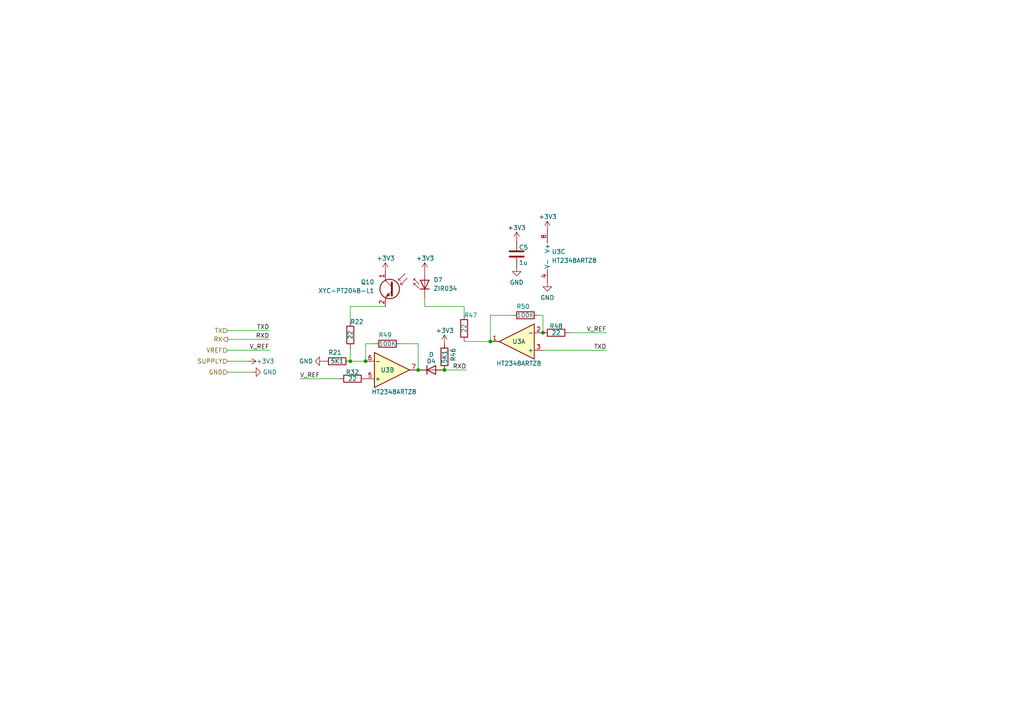
<source format=kicad_sch>
(kicad_sch (version 20231120) (generator "eeschema") (generator_version "8.0")
  (paper "A4")
  (lib_symbols
    (symbol "Amplifier_Operational:OPA2994xD" (pin_names (offset 0.127))
      (property "Reference" "U" (at 0 5.08 0))
      (property "Value" "OPA2994xD" (at 0 -5.08 0))
      (symbol "OPA2994xD_1_1"
        (polyline (pts (xy -5.08 5.08) (xy 5.08 0) (xy -5.08 -5.08) (xy -5.08 5.08)) (stroke (width 0.254)) (fill (type background)))
        (pin output line (at 7.62 0 180) (length 2.54) (name "~") (number "1"))
        (pin input line (at -7.62 -2.54 0) (length 2.54) (name "-") (number "2"))
        (pin input line (at -7.62 2.54 0) (length 2.54) (name "+") (number "3"))
      )
      (symbol "OPA2994xD_2_1"
        (polyline (pts (xy -5.08 5.08) (xy 5.08 0) (xy -5.08 -5.08) (xy -5.08 5.08)) (stroke (width 0.254)) (fill (type background)))
        (pin input line (at -7.62 2.54 0) (length 2.54) (name "+") (number "5"))
        (pin input line (at -7.62 -2.54 0) (length 2.54) (name "-") (number "6"))
        (pin output line (at 7.62 0 180) (length 2.54) (name "~") (number "7"))
      )
      (symbol "OPA2994xD_3_1"
        (pin power_in line (at -2.54 -7.62 90) (length 3.81) (name "V-") (number "4"))
        (pin power_in line (at -2.54 7.62 270) (length 3.81) (name "V+") (number "8"))
      )
    )
    (symbol "Device:C" (pin_numbers hide) (pin_names (offset 0.254))
      (property "Reference" "C" (at 0.635 2.54 0))
      (property "Value" "C" (at 0.635 -2.54 0))
      (symbol "C_0_1"
        (polyline (pts (xy -2.032 -0.762) (xy 2.032 -0.762)) (stroke (width 0.508)))
        (polyline (pts (xy -2.032 0.762) (xy 2.032 0.762)) (stroke (width 0.508)))
      )
      (symbol "C_1_1"
        (pin passive line (at 0 3.81 270) (length 2.794) (name "~") (number "1"))
        (pin passive line (at 0 -3.81 90) (length 2.794) (name "~") (number "2"))
      )
    )
    (symbol "Device:D" (pin_numbers hide) (pin_names (offset 1.016) hide)
      (property "Reference" "D" (at 0 2.54 0))
      (property "Value" "D" (at 0 -2.54 0))
      (symbol "D_0_1"
        (polyline (pts (xy -1.27 1.27) (xy -1.27 -1.27)) (stroke (width 0.254)))
        (polyline (pts (xy 1.27 0) (xy -1.27 0)))
        (polyline (pts (xy 1.27 1.27) (xy 1.27 -1.27) (xy -1.27 0) (xy 1.27 1.27)) (stroke (width 0.254)))
      )
      (symbol "D_1_1"
        (pin passive line (at -3.81 0 0) (length 2.54) (name "K") (number "1"))
        (pin passive line (at 3.81 0 180) (length 2.54) (name "A") (number "2"))
      )
    )
    (symbol "Device:R" (pin_numbers hide) (pin_names (offset 0))
      (property "Reference" "R" (at 2.032 0 90))
      (property "Value" "R" (at 0 0 90))
      (symbol "R_0_1"
        (rectangle (start -1.016 -2.54) (end 1.016 2.54) (stroke (width 0.254)))
      )
      (symbol "R_1_1"
        (pin passive line (at 0 3.81 270) (length 1.27) (name "~") (number "1"))
        (pin passive line (at 0 -3.81 90) (length 1.27) (name "~") (number "2"))
      )
    )
    (symbol "Sensor_Optical:BPW40" (pin_names (offset 0) hide)
      (property "Reference" "Q" (at 5.08 1.27 0))
      (property "Value" "BPW40" (at 5.08 -1.27 0))
      (symbol "BPW40_0_1"
        (polyline (pts (xy -1.905 1.27) (xy -2.54 1.27)))
        (polyline (pts (xy -1.27 2.54) (xy -1.905 2.54)))
        (polyline (pts (xy 0.635 0.635) (xy 2.54 2.54)))
        (polyline (pts (xy -3.81 3.175) (xy -1.905 1.27) (xy -1.905 1.905)))
        (polyline (pts (xy -3.175 4.445) (xy -1.27 2.54) (xy -1.27 3.175)))
        (polyline (pts (xy 0.635 -0.635) (xy 2.54 -2.54) (xy 2.54 -2.54)))
        (polyline (pts (xy 0.635 1.905) (xy 0.635 -1.905) (xy 0.635 -1.905)) (stroke (width 0.508)))
        (polyline (pts (xy 1.27 -1.778) (xy 1.778 -1.27) (xy 2.286 -2.286) (xy 1.27 -1.778) (xy 1.27 -1.778)) (fill (type outline)))
        (circle (center 1.27 0) (radius 2.8194) (stroke (width 0.254)))
      )
      (symbol "BPW40_1_1"
        (pin passive line (at 2.54 5.08 270) (length 2.54) (name "C") (number "1"))
        (pin passive line (at 2.54 -5.08 90) (length 2.54) (name "E") (number "2"))
      )
    )
    (symbol "power:+3V3" (power) (pin_numbers hide) (pin_names (offset 0) hide)
      (property "Value" "+3V3" (at 0 3.556 0))
      (symbol "+3V3_0_1"
        (polyline (pts (xy -0.762 1.27) (xy 0 2.54)))
        (polyline (pts (xy 0 0) (xy 0 2.54)))
        (polyline (pts (xy 0 2.54) (xy 0.762 1.27)))
      )
      (symbol "+3V3_1_1"
        (pin power_in line (at 0 0 90) (length 0) (name "~") (number "1"))
      )
    )
    (symbol "power:GND" (power) (pin_numbers hide) (pin_names (offset 0) hide)
      (property "Value" "GND" (at 0 -3.81 0))
      (symbol "GND_0_1"
        (polyline (pts (xy 0 0) (xy 0 -1.27) (xy 1.27 -1.27) (xy 0 -2.54) (xy -1.27 -1.27) (xy 0 -1.27)))
      )
      (symbol "GND_1_1"
        (pin power_in line (at 0 0 270) (length 0) (name "~") (number "1"))
      )
    )
    (symbol "theBrutzler:ZIR034" (pin_numbers hide) (pin_names (offset 1.016) hide)
      (property "Reference" "D7" (at 0.1271 -2.54 90))
      (property "Value" "ZIR034" (at -2.4129 -2.54 90))
      (symbol "ZIR034_0_1"
        (polyline (pts (xy -2.54 1.27) (xy -2.54 -1.27)) (stroke (width 0.254)))
        (polyline (pts (xy 0 0) (xy -2.54 0)))
        (polyline (pts (xy 0.381 3.175) (xy -0.127 3.175)))
        (polyline (pts (xy -1.143 1.651) (xy 0.381 3.175) (xy 0.381 2.667)))
        (polyline (pts (xy 0 1.27) (xy -2.54 0) (xy 0 -1.27) (xy 0 1.27)) (stroke (width 0.254)))
        (polyline (pts (xy -2.413 1.651) (xy -0.889 3.175) (xy -0.889 2.667) (xy -0.889 3.175) (xy -1.397 3.175)))
      )
      (symbol "ZIR034_1_1"
        (pin passive line (at 2.54 0 180) (length 2.54) (name "K") (number "1"))
        (pin passive line (at -5.08 0 0) (length 2.54) (name "A") (number "2"))
      )
    )
  )
  (junction (at 121.285 107.315))
  (junction (at 142.24 99.06))
  (junction (at 128.905 107.315))
  (junction (at 101.6 104.775))
  (junction (at 106.045 104.775))
  (junction (at 157.48 96.52))
  (wire (pts (xy 101.6 104.775) (xy 101.6 100.965)))
  (wire (pts (xy 157.48 101.6) (xy 175.895 101.6)))
  (wire (pts (xy 86.995 109.855) (xy 98.425 109.855)))
  (wire (pts (xy 165.1 96.52) (xy 175.895 96.52)))
  (wire (pts (xy 156.21 91.44) (xy 157.48 91.44)))
  (wire (pts (xy 123.19 88.9) (xy 134.62 88.9)))
  (wire (pts (xy 106.045 104.775) (xy 101.6 104.775)))
  (wire (pts (xy 66.04 95.885) (xy 78.105 95.885)))
  (wire (pts (xy 66.04 107.95) (xy 73.025 107.95)))
  (wire (pts (xy 134.62 88.9) (xy 134.62 91.44)))
  (wire (pts (xy 71.755 104.775) (xy 66.04 104.775)))
  (wire (pts (xy 108.585 99.695) (xy 106.045 99.695)))
  (wire (pts (xy 111.76 88.9) (xy 101.6 88.9)))
  (wire (pts (xy 66.04 98.425) (xy 78.105 98.425)))
  (wire (pts (xy 134.62 99.06) (xy 142.24 99.06)))
  (wire (pts (xy 157.48 91.44) (xy 157.48 96.52)))
  (wire (pts (xy 142.24 91.44) (xy 142.24 99.06)))
  (wire (pts (xy 66.04 101.6) (xy 78.105 101.6)))
  (wire (pts (xy 116.205 99.695) (xy 121.285 99.695)))
  (wire (pts (xy 121.285 99.695) (xy 121.285 107.315)))
  (wire (pts (xy 148.59 91.44) (xy 142.24 91.44)))
  (wire (pts (xy 106.045 99.695) (xy 106.045 104.775)))
  (wire (pts (xy 123.19 86.36) (xy 123.19 88.9)))
  (wire (pts (xy 128.905 107.315) (xy 135.255 107.315)))
  (wire (pts (xy 101.6 88.9) (xy 101.6 93.345)))
  (label "TXD" (at 175.895 101.6 180))
  (label "V_REF" (at 78.105 101.6 180))
  (label "V_REF" (at 86.995 109.855 0))
  (label "V_REF" (at 175.895 96.52 180))
  (label "RXD" (at 78.105 98.425 180))
  (label "RXD" (at 135.255 107.315 180))
  (label "TXD" (at 78.105 95.885 180))
  (hierarchical_label "TX" (shape input) (at 66.04 95.885 180))
  (hierarchical_label "GND" (shape input) (at 66.04 107.95 180))
  (hierarchical_label "SUPPLY" (shape input) (at 66.04 104.775 180))
  (hierarchical_label "RX" (shape output) (at 66.04 98.425 180))
  (hierarchical_label "VREF" (shape input) (at 66.04 101.6 180))
  (symbol (lib_id "theBrutzler:ZIR034") (at 123.19 81.28 90) (unit 1)
    (property "Reference" "D7" (at 125.73 81.1529 90) (effects (justify right)))
    (property "Value" "ZIR034" (at 125.73 83.6929 90) (effects (justify right)))
    (property "Footprint" "TheBrutzlers_Lib:SIDE_LED_IR_3mm" (effects (hide yes)))
    (property "Datasheet" "http://www.everlight.com/file/ProductFile/IR204-A.pdf" (effects (hide yes)))
    (property "Description" "Infrared LED , 3mm LED package" (effects (hide yes)))
    (property "LCSC" "C575316" (effects (hide yes)))
    (property "SOURCED" "ok" (effects (hide yes)))
  )
  (symbol (lib_id "Device:R") (at 152.4 91.44 90) (unit 1)
    (property "Reference" "R50" (at 153.67 88.9 90) (effects (justify left)))
    (property "Value" "100K" (at 154.94 91.44 90) (effects (justify left)))
    (property "Footprint" "Resistor_SMD:R_0603_1608Metric" (effects (hide yes)))
    (property "LCSC" "C15458" (effects (hide yes)))
    (property "SOURCED" "ok" (effects (hide yes)))
  )
  (symbol (lib_id "Device:R") (at 102.235 109.855 90) (unit 1)
    (property "Reference" "R32" (at 102.235 107.95 90))
    (property "Value" "22" (at 102.235 109.855 90))
    (property "Footprint" "Resistor_SMD:R_0603_1608Metric" (effects (hide yes)))
    (property "LCSC" "C1203" (effects (hide yes)))
    (property "SOURCED" "ok" (effects (hide yes)))
  )
  (symbol (lib_id "Device:R") (at 161.29 96.52 90) (unit 1)
    (property "Reference" "R48" (at 161.29 94.615 90))
    (property "Value" "22" (at 161.29 96.52 90))
    (property "Footprint" "Resistor_SMD:R_0603_1608Metric" (effects (hide yes)))
    (property "LCSC" "C1203" (effects (hide yes)))
    (property "SOURCED" "ok" (effects (hide yes)))
  )
  (symbol (lib_id "Device:R") (at 112.395 99.695 90) (unit 1)
    (property "Reference" "R49" (at 113.665 97.155 90) (effects (justify left)))
    (property "Value" "100K" (at 114.935 99.695 90) (effects (justify left)))
    (property "Footprint" "Resistor_SMD:R_0603_1608Metric" (effects (hide yes)))
    (property "LCSC" "C15458" (effects (hide yes)))
    (property "SOURCED" "ok" (effects (hide yes)))
  )
  (symbol (lib_id "Device:R") (at 101.6 97.155 0) (unit 1)
    (property "Reference" "R22" (at 103.505 93.345 0))
    (property "Value" "22" (at 101.6 97.155 90))
    (property "Footprint" "Resistor_SMD:R_0603_1608Metric" (effects (hide yes)))
    (property "LCSC" "C1203" (effects (hide yes)))
    (property "SOURCED" "ok" (effects (hide yes)))
  )
  (symbol (lib_id "power:+3V3") (at 123.19 78.74 0) (unit 1)
    (property "Reference" "#PWR042" (effects (hide yes)))
    (property "Value" "+3V3" (at 120.65 74.93 0) (effects (justify left)))
    (property "Description" "Power symbol creates a global label with name \"+3V3\"" (effects (hide yes)))
  )
  (symbol (lib_id "power:+3V3") (at 128.905 99.695 0) (unit 1)
    (property "Reference" "#PWR041" (effects (hide yes)))
    (property "Value" "+3V3" (at 126.365 95.885 0) (effects (justify left)))
    (property "Description" "Power symbol creates a global label with name \"+3V3\"" (effects (hide yes)))
  )
  (symbol (lib_id "power:GND") (at 158.75 81.915 0) (unit 1)
    (property "Reference" "#PWR047" (effects (hide yes)))
    (property "Value" "GND" (at 158.75 86.36 0))
    (property "Description" "Power symbol creates a global label with name \"GND\" , ground" (effects (hide yes)))
  )
  (symbol (lib_id "power:+3V3") (at 158.75 66.675 0) (unit 1)
    (property "Reference" "#PWR044" (effects (hide yes)))
    (property "Value" "+3V3" (at 156.21 62.865 0) (effects (justify left)))
    (property "Description" "Power symbol creates a global label with name \"+3V3\"" (effects (hide yes)))
  )
  (symbol (lib_id "Device:R") (at 134.62 95.25 0) (unit 1)
    (property "Reference" "R47" (at 136.525 91.44 0))
    (property "Value" "22" (at 134.62 95.25 90))
    (property "Footprint" "Resistor_SMD:R_0603_1608Metric" (effects (hide yes)))
    (property "LCSC" "C1203" (effects (hide yes)))
    (property "SOURCED" "ok" (effects (hide yes)))
  )
  (symbol (lib_id "Amplifier_Operational:OPA2994xD") (at 161.29 74.295 0) (unit 3)
    (property "Reference" "U3" (at 160.02 73.0249 0) (effects (justify left)))
    (property "Value" "HT2348ARTZ8" (at 160.02 75.5649 0) (effects (justify left)))
    (property "Footprint" "Package_TO_SOT_SMD:TSOT-23-8" (effects (hide yes)))
    (property "Datasheet" "https://www.ti.com/lit/ds/symlink/opa2994.pdf" (effects (hide yes)))
    (property "Description" "Dual Opamp, Rail-to-Rail Input/Output, Unlimited Capacitive Load Drive, 125mA Output Current, 2-32V, 350uV offset, 24MHz GBW, SOIC-8" (effects (hide yes)))
    (property "LCSC" "C5143016" (effects (hide yes)))
    (property "SOURCED" "ok" (effects (hide yes)))
  )
  (symbol (lib_id "Device:C") (at 149.86 73.66 0) (unit 1)
    (property "Reference" "C5" (at 150.495 71.755 0) (effects (justify left)))
    (property "Value" "1u" (at 150.495 76.2 0) (effects (justify left)))
    (property "Footprint" "Capacitor_SMD:C_0603_1608Metric" (effects (hide yes)))
    (property "Description" "25V" (effects (hide yes)))
    (property "LCSC" "C5673" (effects (hide yes)))
    (property "SOURCED" "ok" (effects (hide yes)))
  )
  (symbol (lib_id "Amplifier_Operational:OPA2994xD") (at 113.665 107.315 0) (mirror x) (unit 2)
    (property "Reference" "U3" (at 112.395 107.315 0))
    (property "Value" "HT2348ARTZ8" (at 114.3 113.665 0))
    (property "Footprint" "Package_TO_SOT_SMD:TSOT-23-8" (effects (hide yes)))
    (property "Datasheet" "https://www.ti.com/lit/ds/symlink/opa2994.pdf" (effects (hide yes)))
    (property "Description" "Dual Opamp, Rail-to-Rail Input/Output, Unlimited Capacitive Load Drive, 125mA Output Current, 2-32V, 350uV offset, 24MHz GBW, SOIC-8" (effects (hide yes)))
    (property "LCSC" "C5143016" (effects (hide yes)))
    (property "SOURCED" "ok" (effects (hide yes)))
  )
  (symbol (lib_id "Amplifier_Operational:OPA2994xD") (at 149.86 99.06 180) (unit 1)
    (property "Reference" "U3" (at 150.495 99.06 0))
    (property "Value" "HT2348ARTZ8" (at 150.495 105.41 0))
    (property "Footprint" "Package_TO_SOT_SMD:TSOT-23-8" (effects (hide yes)))
    (property "Datasheet" "https://www.ti.com/lit/ds/symlink/opa2994.pdf" (effects (hide yes)))
    (property "Description" "Dual Opamp, Rail-to-Rail Input/Output, Unlimited Capacitive Load Drive, 125mA Output Current, 2-32V, 350uV offset, 24MHz GBW, SOIC-8" (effects (hide yes)))
    (property "LCSC" "C5143016" (effects (hide yes)))
    (property "SOURCED" "ok" (effects (hide yes)))
  )
  (symbol (lib_id "power:GND") (at 93.98 104.775 270) (unit 1)
    (property "Reference" "#PWR015" (effects (hide yes)))
    (property "Value" "GND" (at 90.805 104.775 90) (effects (justify right)))
    (property "Description" "Power symbol creates a global label with name \"GND\" , ground" (effects (hide yes)))
  )
  (symbol (lib_id "Sensor_Optical:BPW40") (at 114.3 83.82 0) (mirror y) (unit 1)
    (property "Reference" "Q10" (at 108.585 81.8006 0) (effects (justify left)))
    (property "Value" "XYC-PT204B-L1" (at 108.585 84.3406 0) (effects (justify left)))
    (property "Footprint" "TheBrutzlers_Lib:SIDE_LED_IR_3mm" (effects (hide yes)))
    (property "Datasheet" "https://www.rcscomponents.kiev.ua/datasheets/bpw40.pdf" (effects (hide yes)))
    (property "Description" "Phototransistor NPN" (effects (hide yes)))
    (property "LCSC" "C45857" (effects (hide yes)))
    (property "SOURCED" "ok" (effects (hide yes)))
  )
  (symbol (lib_id "power:GND") (at 149.86 77.47 0) (unit 1)
    (property "Reference" "#PWR030" (effects (hide yes)))
    (property "Value" "GND" (at 149.86 81.915 0))
    (property "Description" "Power symbol creates a global label with name \"GND\" , ground" (effects (hide yes)))
  )
  (symbol (lib_id "power:+3V3") (at 149.86 69.85 0) (unit 1)
    (property "Reference" "#PWR029" (effects (hide yes)))
    (property "Value" "+3V3" (at 149.86 66.04 0))
    (property "Description" "Power symbol creates a global label with name \"+3V3\"" (effects (hide yes)))
  )
  (symbol (lib_id "Device:D") (at 125.095 107.315 0) (unit 1)
    (property "Reference" "D4" (at 125.095 104.775 0))
    (property "Value" "D" (at 125.095 102.87 0))
    (property "Footprint" "Diode_SMD:Nexperia_CFP3_SOD-123W" (effects (hide yes)))
    (property "Description" "Diode" (effects (hide yes)))
    (property "Sim.Device" "D" (effects (hide yes)))
    (property "Sim.Pins" "1=K 2=A" (effects (hide yes)))
    (property "LCSC" "C5120763" (effects (hide yes)))
    (property "SOURCED" "ok" (effects (hide yes)))
  )
  (symbol (lib_id "power:+3V3") (at 111.76 78.74 0) (unit 1)
    (property "Reference" "#PWR018" (effects (hide yes)))
    (property "Value" "+3V3" (at 109.22 74.93 0) (effects (justify left)))
    (property "Description" "Power symbol creates a global label with name \"+3V3\"" (effects (hide yes)))
  )
  (symbol (lib_id "power:GND") (at 73.025 107.95 90) (unit 1)
    (property "Reference" "#PWR054" (effects (hide yes)))
    (property "Value" "GND" (at 76.2 107.95 90) (effects (justify right)))
    (property "Description" "Power symbol creates a global label with name \"GND\" , ground" (effects (hide yes)))
  )
  (symbol (lib_id "power:+3V3") (at 71.755 104.775 270) (unit 1)
    (property "Reference" "#PWR052" (effects (hide yes)))
    (property "Value" "+3V3" (at 74.295 104.775 90) (effects (justify left)))
    (property "Description" "Power symbol creates a global label with name \"+3V3\"" (effects (hide yes)))
  )
  (symbol (lib_id "Device:R") (at 97.79 104.775 90) (unit 1)
    (property "Reference" "R21" (at 97.155 102.235 90))
    (property "Value" "5K1" (at 97.79 104.775 90))
    (property "Footprint" "Resistor_SMD:R_0603_1608Metric" (effects (hide yes)))
    (property "LCSC" "C26000" (effects (hide yes)))
    (property "SOURCED" "ok" (effects (hide yes)))
  )
  (symbol (lib_id "Device:R") (at 128.905 103.505 0) (unit 1)
    (property "Reference" "R46" (at 131.445 102.87 90))
    (property "Value" "5K1" (at 128.905 103.505 90))
    (property "Footprint" "Resistor_SMD:R_0603_1608Metric" (effects (hide yes)))
    (property "LCSC" "C26000" (effects (hide yes)))
    (property "SOURCED" "ok" (effects (hide yes)))
  )
)
</source>
